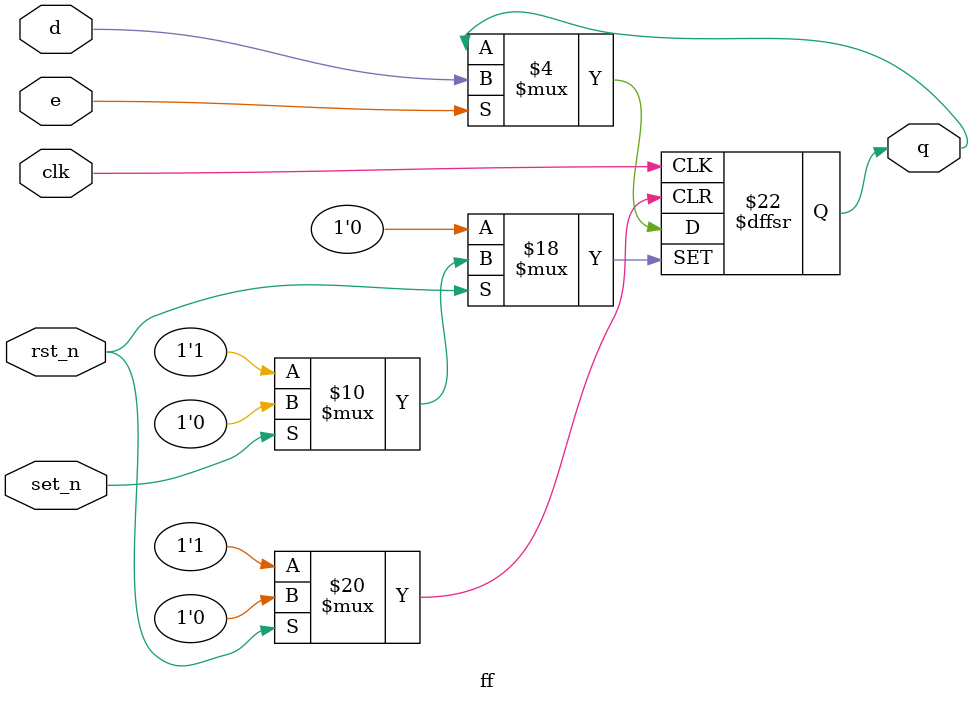
<source format=v>
module ff(clk, set_n, rst_n, e, d, q);
  input clk, set_n, rst_n, e, d; // input ports with 1 bit
  output q; // an output port with 1 bit
  reg q; // a variable with 1 bit

  // negedge means "立ち下がり", which is equivalent to changing a value from 1 to 0.
  always @(posedge clk, negedge set_n, negedge rst_n)
    // asynchronously set
    if (!set_n) q <= 1;
    // asynchronously reset
    else if (!rst_n) q <= 0;
    // write `d` to `q`
    else if (e) q <= d;
endmodule

</source>
